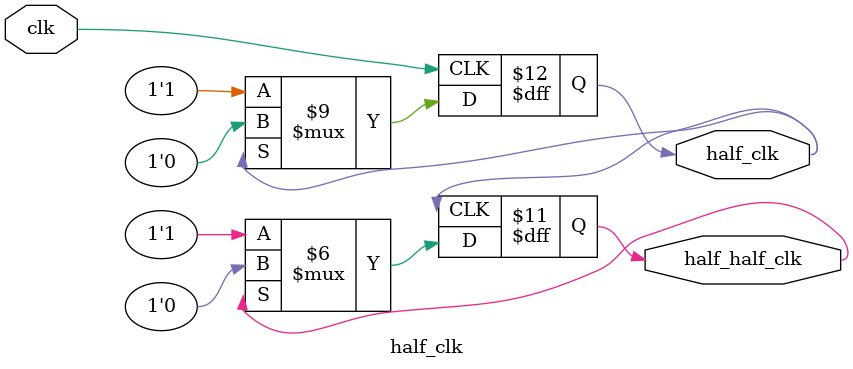
<source format=v>
module half_clk(
    input clk,
    output reg half_clk, half_half_clk
);

always @(posedge clk)
begin
	if(clk)
	begin
		if(half_clk == 1'd1)
			half_clk <= 1'd0;
		else
			half_clk <= 1'd1;
	end
	else
		half_clk <= half_clk;
end

always @(posedge half_clk)
begin
 	if(half_clk)
	begin
		if(half_half_clk == 1'd1)
			half_half_clk <= 1'd0;
		else
			half_half_clk <= 1'd1;
	end
	else
		half_half_clk <= half_half_clk;   
end

endmodule
</source>
